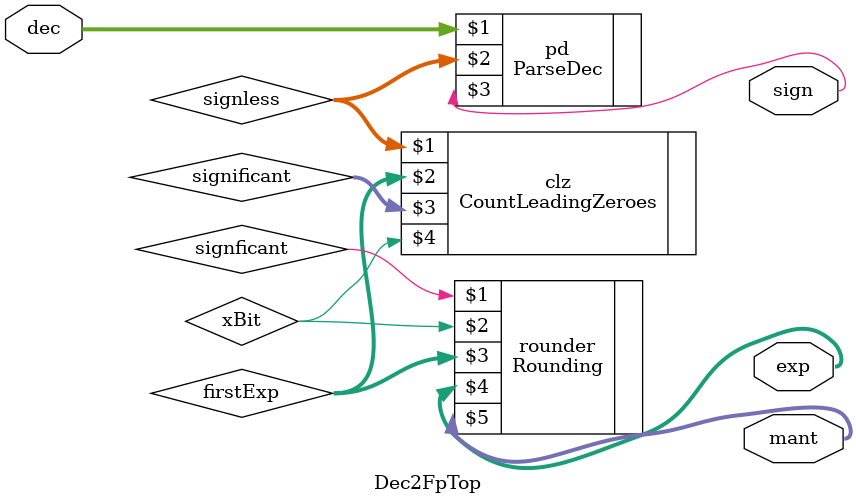
<source format=v>
module Dec2FpTop(dec, sign, exp, mant);

input [11:0] dec;
output sign;
output [2:0] exp;
output [3:0] mant;


    wire [10:0] signless;
    wire [3:0] significant;
    wire [2:0] firstExp;
    wire xBit;

ParseDec pd(dec, signless, sign);
CountLeadingZeroes clz(signless, firstExp, significant, xBit);
Rounding rounder(signficant, xBit, firstExp, exp, mant);

endmodule
</source>
